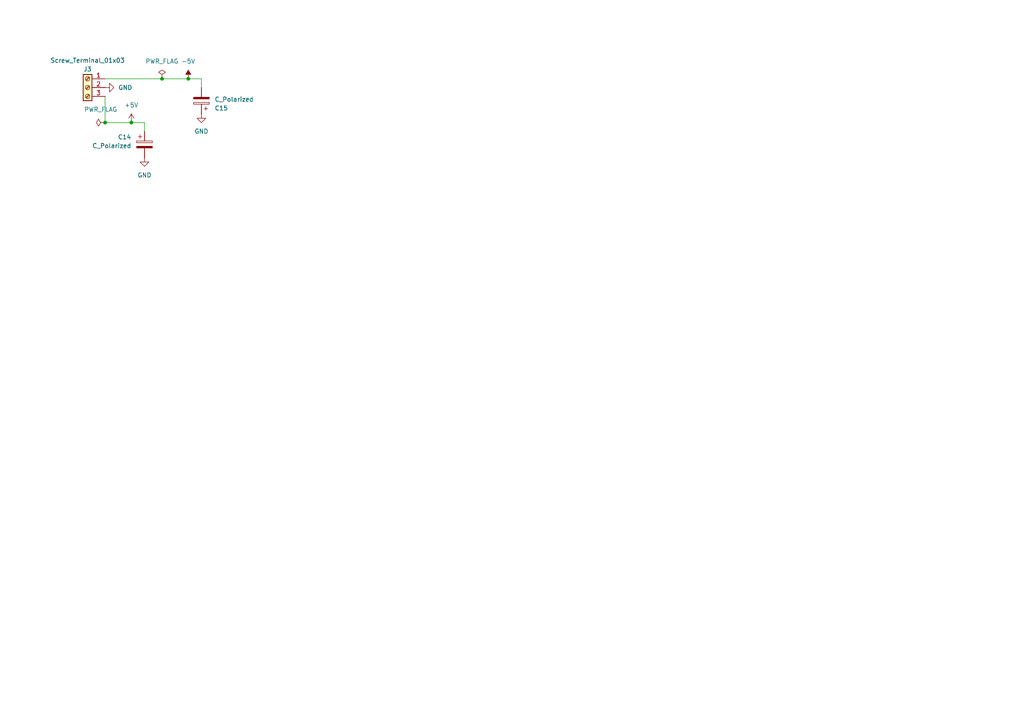
<source format=kicad_sch>
(kicad_sch (version 20231120) (generator "eeschema") (generator_version "8.0")
  (paper "A4")
  (lib_symbols
    (symbol "Connector:Screw_Terminal_01x03" (pin_names (offset 1.016) hide)
      (property "Reference" "J" (at 0 5.08 0))
      (property "Value" "Screw_Terminal_01x03" (at 0 -5.08 0))
      (symbol "Screw_Terminal_01x03_1_1"
        (rectangle (start -1.27 3.81) (end 1.27 -3.81) (stroke (width 0.254)) (fill (type background)))
        (circle (center 0 -2.54) (radius 0.635) (stroke (width 0.1524)))
        (polyline (pts (xy -0.5334 -2.2098) (xy 0.3302 -3.048)) (stroke (width 0.1524)))
        (polyline (pts (xy -0.5334 0.3302) (xy 0.3302 -0.508)) (stroke (width 0.1524)))
        (polyline (pts (xy -0.5334 2.8702) (xy 0.3302 2.032)) (stroke (width 0.1524)))
        (polyline (pts (xy -0.3556 -2.032) (xy 0.508 -2.8702)) (stroke (width 0.1524)))
        (polyline (pts (xy -0.3556 0.508) (xy 0.508 -0.3302)) (stroke (width 0.1524)))
        (polyline (pts (xy -0.3556 3.048) (xy 0.508 2.2098)) (stroke (width 0.1524)))
        (circle (center 0 0) (radius 0.635) (stroke (width 0.1524)))
        (circle (center 0 2.54) (radius 0.635) (stroke (width 0.1524)))
        (pin passive line (at -5.08 2.54 0) (length 3.81) (name "Pin_1") (number "1"))
        (pin passive line (at -5.08 0 0) (length 3.81) (name "Pin_2") (number "2"))
        (pin passive line (at -5.08 -2.54 0) (length 3.81) (name "Pin_3") (number "3"))
      )
    )
    (symbol "Device:C_Polarized" (pin_numbers hide) (pin_names (offset 0.254))
      (property "Reference" "C" (at 0.635 2.54 0))
      (property "Value" "C_Polarized" (at 0.635 -2.54 0))
      (symbol "C_Polarized_0_1"
        (rectangle (start -2.286 0.508) (end 2.286 1.016))
        (polyline (pts (xy -1.778 2.286) (xy -0.762 2.286)))
        (polyline (pts (xy -1.27 2.794) (xy -1.27 1.778)))
        (rectangle (start 2.286 -0.508) (end -2.286 -1.016) (fill (type outline)))
      )
      (symbol "C_Polarized_1_1"
        (pin passive line (at 0 3.81 270) (length 2.794) (name "~") (number "1"))
        (pin passive line (at 0 -3.81 90) (length 2.794) (name "~") (number "2"))
      )
    )
    (symbol "power:+5V" (power) (pin_numbers hide) (pin_names (offset 0) hide)
      (property "Value" "+5V" (at 0 3.556 0))
      (symbol "+5V_0_1"
        (polyline (pts (xy -0.762 1.27) (xy 0 2.54)))
        (polyline (pts (xy 0 0) (xy 0 2.54)))
        (polyline (pts (xy 0 2.54) (xy 0.762 1.27)))
      )
      (symbol "+5V_1_1"
        (pin power_in line (at 0 0 90) (length 0) (name "~") (number "1"))
      )
    )
    (symbol "power:-5V" (power) (pin_numbers hide) (pin_names (offset 0) hide)
      (property "Value" "-5V" (at 0 3.556 0))
      (symbol "-5V_0_0"
        (pin power_in line (at 0 0 90) (length 0) (name "~") (number "1"))
      )
      (symbol "-5V_0_1"
        (polyline (pts (xy 0 0) (xy 0 1.27) (xy 0.762 1.27) (xy 0 2.54) (xy -0.762 1.27) (xy 0 1.27)) (fill (type outline)))
      )
    )
    (symbol "power:GND" (power) (pin_numbers hide) (pin_names (offset 0) hide)
      (property "Value" "GND" (at 0 -3.81 0))
      (symbol "GND_0_1"
        (polyline (pts (xy 0 0) (xy 0 -1.27) (xy 1.27 -1.27) (xy 0 -2.54) (xy -1.27 -1.27) (xy 0 -1.27)))
      )
      (symbol "GND_1_1"
        (pin power_in line (at 0 0 270) (length 0) (name "~") (number "1"))
      )
    )
    (symbol "power:PWR_FLAG" (power) (pin_numbers hide) (pin_names (offset 0) hide)
      (property "Value" "PWR_FLAG" (at 0 3.81 0))
      (symbol "PWR_FLAG_0_0"
        (pin power_out line (at 0 0 90) (length 0) (name "~") (number "1"))
      )
      (symbol "PWR_FLAG_0_1"
        (polyline (pts (xy 0 0) (xy 0 1.27) (xy -1.016 1.905) (xy 0 2.54) (xy 1.016 1.905) (xy 0 1.27)))
      )
    )
  )
  (junction (at 46.99 22.86))
  (junction (at 30.48 35.56))
  (junction (at 38.1 35.56))
  (junction (at 54.61 22.86))
  (wire (pts (xy 54.61 22.86) (xy 58.42 22.86)))
  (wire (pts (xy 46.99 22.86) (xy 54.61 22.86)))
  (wire (pts (xy 58.42 22.86) (xy 58.42 25.4)))
  (wire (pts (xy 30.48 22.86) (xy 46.99 22.86)))
  (wire (pts (xy 41.91 35.56) (xy 41.91 38.1)))
  (wire (pts (xy 41.91 35.56) (xy 38.1 35.56)))
  (wire (pts (xy 30.48 35.56) (xy 38.1 35.56)))
  (wire (pts (xy 30.48 27.94) (xy 30.48 35.56)))
  (symbol (lib_id "power:GND") (at 58.42 33.02 0) (unit 1)
    (property "Reference" "#PWR030" (effects (hide yes)))
    (property "Value" "GND" (at 58.42 38.1 0))
    (property "Description" "Power symbol creates a global label with name \"GND\" , ground" (effects (hide yes)))
  )
  (symbol (lib_id "Device:C_Polarized") (at 41.91 41.91 0) (unit 1)
    (property "Reference" "C14" (at 38.1 39.7509 0) (effects (justify right)))
    (property "Value" "C_Polarized" (at 38.1 42.2909 0) (effects (justify right)))
    (property "Footprint" "Capacitor_SMD:CP_Elec_4x4.5" (effects (hide yes)))
    (property "Description" "Polarized capacitor" (effects (hide yes)))
  )
  (symbol (lib_id "power:GND") (at 30.48 25.4 90) (unit 1)
    (property "Reference" "#PWR031" (effects (hide yes)))
    (property "Value" "GND" (at 34.29 25.3999 90) (effects (justify right)))
    (property "Description" "Power symbol creates a global label with name \"GND\" , ground" (effects (hide yes)))
  )
  (symbol (lib_id "power:PWR_FLAG") (at 46.99 22.86 0) (unit 1)
    (property "Reference" "#FLG02" (effects (hide yes)))
    (property "Value" "PWR_FLAG" (at 46.99 17.78 0))
    (property "Description" "Special symbol for telling ERC where power comes from" (effects (hide yes)))
  )
  (symbol (lib_id "Device:C_Polarized") (at 58.42 29.21 180) (unit 1)
    (property "Reference" "C15" (at 62.23 31.3691 0) (effects (justify right)))
    (property "Value" "C_Polarized" (at 62.23 28.8291 0) (effects (justify right)))
    (property "Footprint" "Capacitor_SMD:CP_Elec_4x4.5" (effects (hide yes)))
    (property "Description" "Polarized capacitor" (effects (hide yes)))
  )
  (symbol (lib_id "power:-5V") (at 54.61 22.86 0) (unit 1)
    (property "Reference" "#PWR029" (effects (hide yes)))
    (property "Value" "-5V" (at 54.61 17.78 0))
    (property "Description" "Power symbol creates a global label with name \"-5V\"" (effects (hide yes)))
  )
  (symbol (lib_id "power:PWR_FLAG") (at 30.48 35.56 90) (unit 1)
    (property "Reference" "#FLG01" (effects (hide yes)))
    (property "Value" "PWR_FLAG" (at 29.21 31.75 90))
    (property "Description" "Special symbol for telling ERC where power comes from" (effects (hide yes)))
  )
  (symbol (lib_id "Connector:Screw_Terminal_01x03") (at 25.4 25.4 0) (mirror y) (unit 1)
    (property "Reference" "J3" (at 25.4 20.066 0))
    (property "Value" "Screw_Terminal_01x03" (at 25.4 17.526 0))
    (property "Footprint" "Project:PHOENIX_1729131" (effects (hide yes)))
    (property "Description" "Generic screw terminal, single row, 01x03, script generated (kicad-library-utils/schlib/autogen/connector/)" (effects (hide yes)))
  )
  (symbol (lib_id "power:GND") (at 41.91 45.72 0) (unit 1)
    (property "Reference" "#PWR028" (effects (hide yes)))
    (property "Value" "GND" (at 41.91 50.8 0))
    (property "Description" "Power symbol creates a global label with name \"GND\" , ground" (effects (hide yes)))
  )
  (symbol (lib_id "power:+5V") (at 38.1 35.56 0) (unit 1)
    (property "Reference" "#PWR03" (effects (hide yes)))
    (property "Value" "+5V" (at 38.1 30.48 0))
    (property "Description" "Power symbol creates a global label with name \"+5V\"" (effects (hide yes)))
  )
)
</source>
